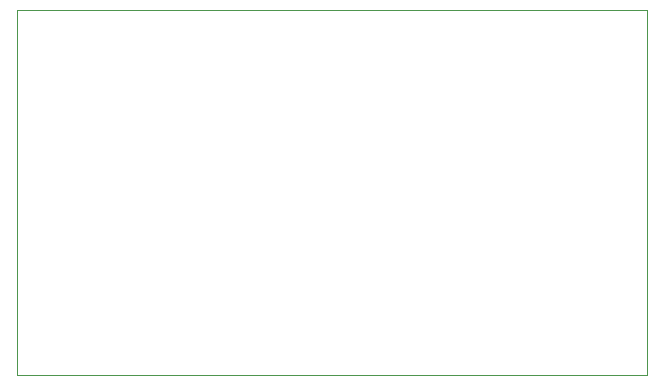
<source format=gm1>
G04 #@! TF.GenerationSoftware,KiCad,Pcbnew,(5.1.4)-1*
G04 #@! TF.CreationDate,2020-01-26T21:21:17-03:00*
G04 #@! TF.ProjectId,CONTESTING,434f4e54-4553-4544-994e-472e6b696361,rev?*
G04 #@! TF.SameCoordinates,Original*
G04 #@! TF.FileFunction,Profile,NP*
%FSLAX46Y46*%
G04 Gerber Fmt 4.6, Leading zero omitted, Abs format (unit mm)*
G04 Created by KiCad (PCBNEW (5.1.4)-1) date 2020-01-26 21:21:17*
%MOMM*%
%LPD*%
G04 APERTURE LIST*
%ADD10C,0.120000*%
G04 APERTURE END LIST*
D10*
X111350000Y-129000000D02*
X111350000Y-98050000D01*
X58000000Y-98050000D02*
X111350000Y-98050000D01*
X58000000Y-129000000D02*
X58000000Y-98050000D01*
X111350000Y-129000000D02*
X58000000Y-129000000D01*
M02*

</source>
